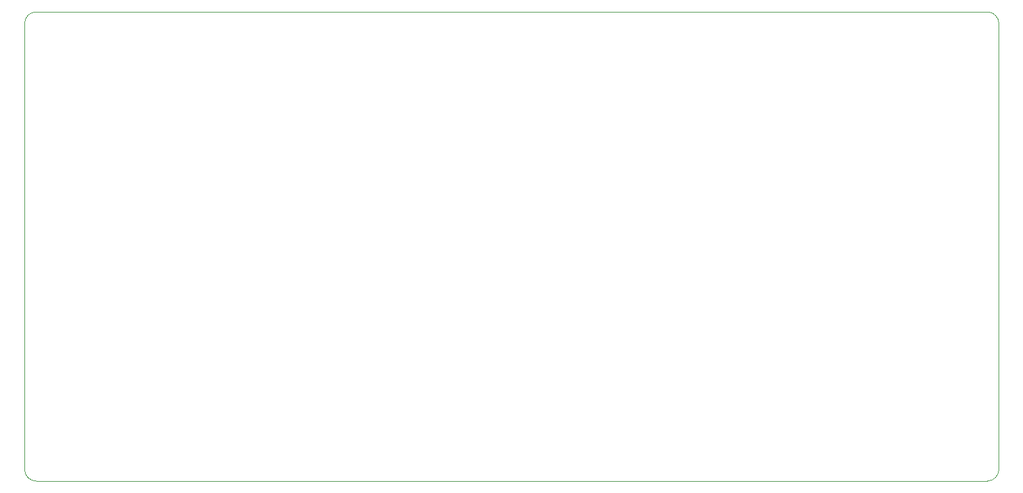
<source format=gbr>
%TF.GenerationSoftware,KiCad,Pcbnew,(5.1.9)-1*%
%TF.CreationDate,2021-03-22T08:17:26-07:00*%
%TF.ProjectId,millipad,6d696c6c-6970-4616-942e-6b696361645f,rev?*%
%TF.SameCoordinates,Original*%
%TF.FileFunction,Profile,NP*%
%FSLAX46Y46*%
G04 Gerber Fmt 4.6, Leading zero omitted, Abs format (unit mm)*
G04 Created by KiCad (PCBNEW (5.1.9)-1) date 2021-03-22 08:17:26*
%MOMM*%
%LPD*%
G01*
G04 APERTURE LIST*
%TA.AperFunction,Profile*%
%ADD10C,0.050000*%
%TD*%
G04 APERTURE END LIST*
D10*
X70643750Y-41275000D02*
G75*
G02*
X72231250Y-39687500I1587500J0D01*
G01*
X200818750Y-39687500D02*
G75*
G02*
X202406250Y-41275000I0J-1587500D01*
G01*
X202406250Y-42862500D02*
X202406250Y-41275000D01*
X72231250Y-39687500D02*
X200818750Y-39687500D01*
X70643750Y-42068750D02*
X70643750Y-41275000D01*
X72231250Y-103187500D02*
G75*
G02*
X70643750Y-101600000I0J1587500D01*
G01*
X202406250Y-101600000D02*
G75*
G02*
X200818750Y-103187500I-1587500J0D01*
G01*
X79375000Y-103187500D02*
X72231250Y-103187500D01*
X70643750Y-42068750D02*
X70643750Y-101600000D01*
X202406250Y-101600000D02*
X202406250Y-42862500D01*
X200818750Y-103187500D02*
X199231250Y-103187500D01*
X79375000Y-103187500D02*
X199231250Y-103187500D01*
M02*

</source>
